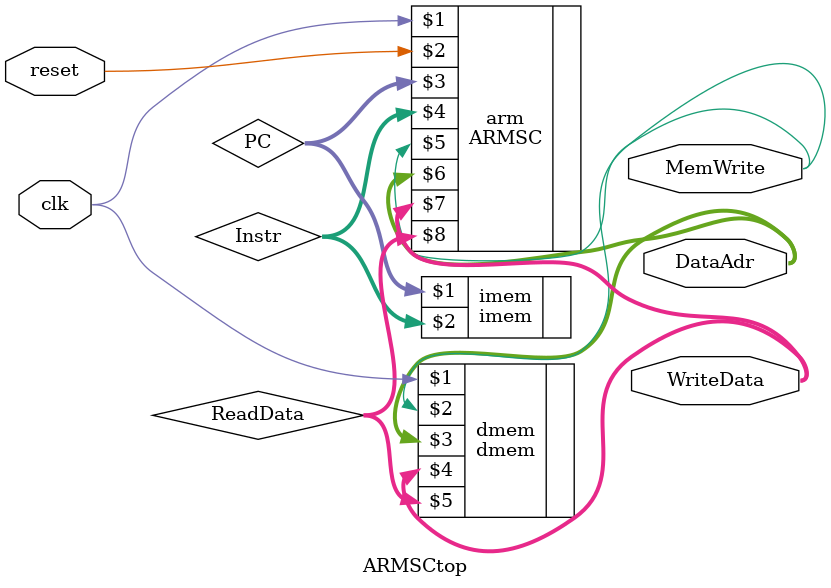
<source format=sv>
module ARMSCtop (
  input   logic       clk, reset,
  output  logic [31:0] WriteData, DataAdr,
  output  logic       MemWrite
);

  logic [31:0] PC, Instr, ReadData;

  // instantiate processor and memories
  ARMSC arm(clk, reset, PC, Instr, MemWrite, DataAdr, WriteData, ReadData);
  imem  imem(PC, Instr);
  dmem  dmem(clk, MemWrite, DataAdr, WriteData, ReadData);

  // so cocotb will output the wave file in the tests directory
  `ifdef  COCOTB_SIM 
  initial
   begin
      $dumpfile("wave_sv.vcd");
      $dumpvars(
        clk,
        reset,
        WriteData,
        DataAdr,
        MemWrite
      );
      #5;
   end
  `endif

endmodule

</source>
